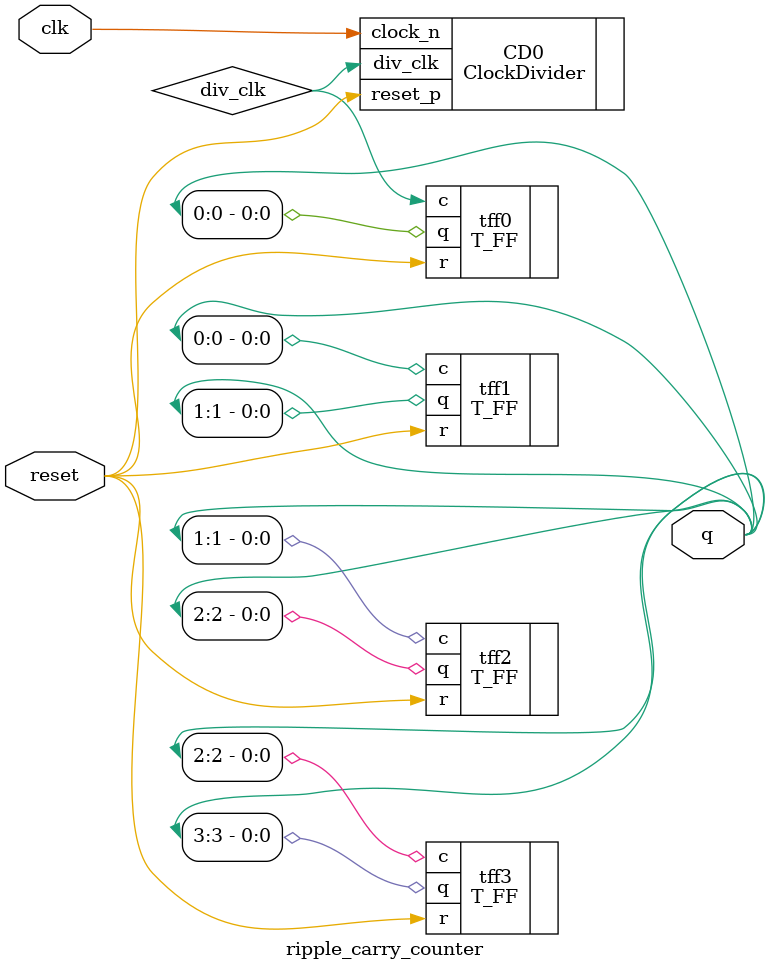
<source format=v>
module ripple_carry_counter
(
    input clk, reset,
    output [3:0] q
);

	wire div_clk;

  ClockDivider CD0
  (
	.clock_n(clk),
	.reset_p(reset),
	.div_clk(div_clk)
	);
  // Instanstiate T_FF modules

  T_FF tff0
  (
      .c(div_clk),
      .r(reset),
      .q(q[0])
  );
  
  T_FF tff1
  (
      .c(q[0]),
      .r(reset),
      .q(q[1])
  );
  
  T_FF tff2
  (
      .c(q[1]),
      .r(reset),
      .q(q[2])
  );
  
  T_FF tff3
  (
      .c(q[2]),
      .r(reset),
      .q(q[3])
  );
  
endmodule
  
  
  
</source>
